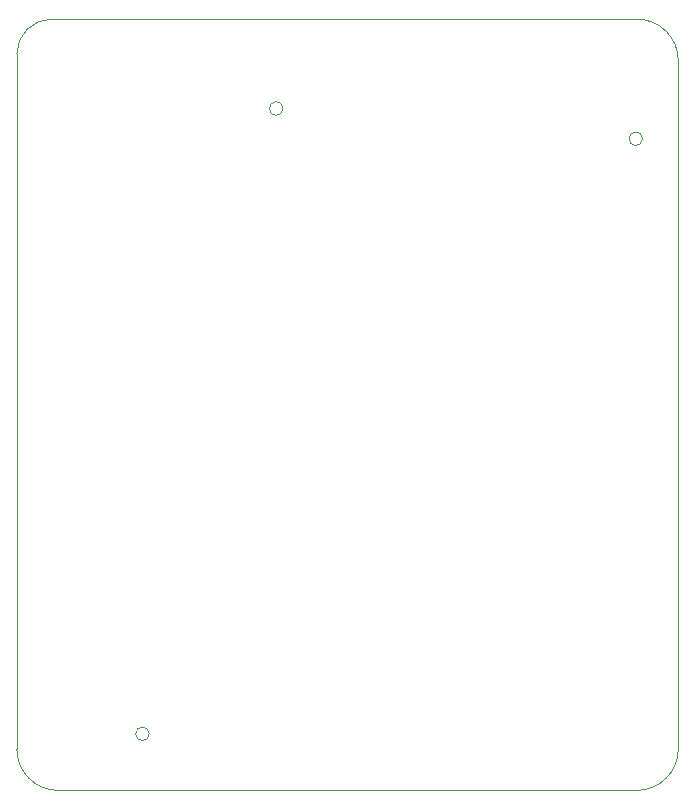
<source format=gbr>
%TF.GenerationSoftware,KiCad,Pcbnew,(5.1.7)-1*%
%TF.CreationDate,2020-11-23T19:12:34+01:00*%
%TF.ProjectId,astro_compute_board,61737472-6f5f-4636-9f6d-707574655f62,1*%
%TF.SameCoordinates,Original*%
%TF.FileFunction,Profile,NP*%
%FSLAX46Y46*%
G04 Gerber Fmt 4.6, Leading zero omitted, Abs format (unit mm)*
G04 Created by KiCad (PCBNEW (5.1.7)-1) date 2020-11-23 19:12:34*
%MOMM*%
%LPD*%
G01*
G04 APERTURE LIST*
%TA.AperFunction,Profile*%
%ADD10C,0.050000*%
%TD*%
G04 APERTURE END LIST*
D10*
X159131000Y-153364000D02*
G75*
G03*
X159131000Y-153364000I-576000J0D01*
G01*
X200901000Y-102974000D02*
G75*
G03*
X200901000Y-102974000I-576000J0D01*
G01*
X170451000Y-100420000D02*
G75*
G03*
X170451000Y-100420000I-576000J0D01*
G01*
X147925000Y-95800000D02*
G75*
G02*
X150875000Y-92850000I2950000J0D01*
G01*
X147925000Y-95800000D02*
X147925000Y-154650000D01*
X200425000Y-92850000D02*
X150875000Y-92850000D01*
X200425000Y-92850000D02*
G75*
G02*
X203925000Y-96350000I0J-3500000D01*
G01*
X203925000Y-154650000D02*
X203925000Y-96350000D01*
X203925000Y-154650000D02*
G75*
G02*
X200425000Y-158150000I-3500000J0D01*
G01*
X151425000Y-158150000D02*
X200425000Y-158150000D01*
X151425000Y-158150000D02*
G75*
G02*
X147925000Y-154650000I0J3500000D01*
G01*
M02*

</source>
